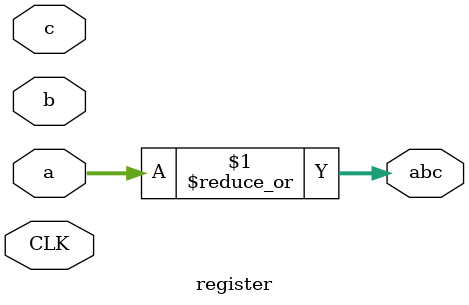
<source format=v>
`timescale 100ps/100ps 


module register(abc,CLK,a,b,c);
input [3:0] a;
input [3:0] b;
input [5:0] c;
//input [5:0] x;
input CLK;
output [3:0] abc;


//assign abc = a & b;
//$display("%d:a & b = %b",$time, abc);
//assign abc = a || b;
//$display("%d:a || b = %b",$time, abc);
//assign abc = a && b;
//$display("%d:a && b = %b",$time, abc);
//assign abc = a | b;
//$display("%d:a | b = %b",$time, abc);
//assign abc = a + b;
//$display("%d:a + b = %b",$time, abc);
//assign a=c;
//$display("%d:a= %b",$time,a);
//assign abc = a - b;
//$display("%d:a - b = %b",$time, abc);
//assign c=b;
//$display("%d:c= %b",$time,c);
//assign abc = & a;
//$display("%d:& b = %b",$time, abc);
assign abc = | a;
//$display("%d:| b = %b",$time, abc);                     

/*initial
    begin
 
       x = 1;
        $display ("Hello, x=%d, t=%t", x, $time);
        #15;

        x = 2;
        $display ("Hello, x=%d, t=%t", x, $time);
        #20;
 
        x = 3;
        $display ("Hello, x=%d, t=%t", x, $time);
        #10;
        
     end
 
   // Initial block B
   initial
     begin
        #5;
 
        x = 10;
        $display ("Hello, x=%d, t=%t", x, $time);
        #20;
 
        x = 20;
        $display ("Hello, x=%d, t=%t", x, $time);
        #5;
  
        x = 30;
        $display ("Hello, x=%d, t=%t", x, $time);
        #10;
        
     end*/
endmodule

</source>
